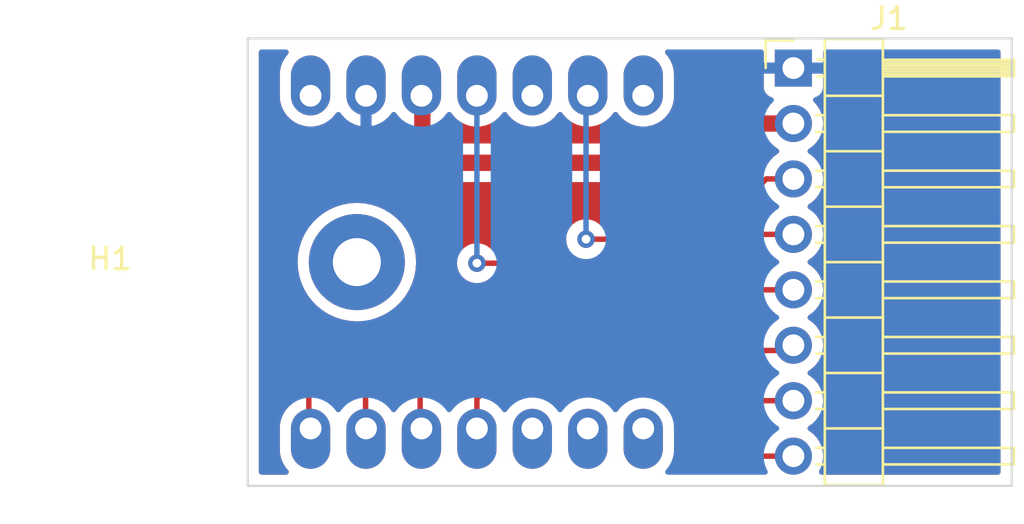
<source format=kicad_pcb>
(kicad_pcb (version 20211014) (generator pcbnew)
  (layers (0 "F.Cu" signal) (31 "B.Cu" signal) (34 "B.Paste" user) (35 "F.Paste" user) (36 "B.SilkS" user "B.Silkscreen") (37 "F.SilkS" user "F.Silkscreen") (38 "B.Mask" user) (39 "F.Mask" user) (44 "Edge.Cuts" user))
  (net 0 "")
  (net 1 "BLK")
  (net 2 "CS")
  (net 3 "DC")
  (net 4 "RES")
  (net 5 "SDA")
  (net 6 "SCL")
  (net 7 "+3V3")
  (net 8 "GND")
  (footprint "MountingHole:MountingHole_2.2mm_M2_Pad" (layer "F.Cu") (at 137.5 81.75)
    (fp_text reference "H1" (at -11.3 -0.15) (layer "F.SilkS"))
    (fp_text value "MountingHole")
    (pad "1" thru_hole circle (at 0 0) (size 4.4 4.4) (drill 2.2) (layers *.Cu *.Mask))
  )
  (footprint "Boxel_Footprints:xiao-tht" (layer "F.Cu") (at 143 81.75 90)
    (fp_text reference "U1" hide)
    (fp_text value "SeeeduinoXIAO" hide)
    (pad "1" thru_hole oval locked (at -7.62 -7.62 90) (size 2.75 1.8) (drill 1 (offset -0.475 0)) (layers *.Cu *.Mask) (net 4 "RES"))
    (pad "2" thru_hole oval locked (at -7.62 -5.08 90) (size 2.75 1.8) (drill 1 (offset -0.475 0)) (layers *.Cu *.Mask) (net 3 "DC"))
    (pad "3" thru_hole oval locked (at -7.62 -2.54 90) (size 2.75 1.8) (drill 1 (offset -0.475 0)) (layers *.Cu *.Mask) (net 2 "CS"))
    (pad "4" thru_hole oval locked (at -7.62 0 90) (size 2.75 1.8) (drill 1 (offset -0.475 0)) (layers *.Cu *.Mask) (net 1 "BLK"))
    (pad "5" thru_hole oval locked (at -7.62 2.54 90) (size 2.75 1.8) (drill 1 (offset -0.475 0)) (layers *.Cu *.Mask))
    (pad "6" thru_hole oval locked (at -7.62 5.08 90) (size 2.75 1.8) (drill 1 (offset -0.475 0)) (layers *.Cu *.Mask))
    (pad "7" thru_hole oval locked (at -7.62 7.62 90) (size 2.75 1.8) (drill 1 (offset -0.475 0)) (layers *.Cu *.Mask))
    (pad "8" thru_hole oval locked (at 7.62 7.62 270) (size 2.75 1.8) (drill 1 (offset -0.475 0)) (layers *.Cu *.Mask))
    (pad "9" thru_hole oval locked (at 7.62 5.08 270) (size 2.75 1.8) (drill 1 (offset -0.475 0)) (layers *.Cu *.Mask) (net 6 "SCL"))
    (pad "10" thru_hole oval locked (at 7.62 2.54 270) (size 2.75 1.8) (drill 1 (offset -0.475 0)) (layers *.Cu *.Mask))
    (pad "11" thru_hole oval locked (at 7.62 0 270) (size 2.75 1.8) (drill 1 (offset -0.475 0)) (layers *.Cu *.Mask) (net 5 "SDA"))
    (pad "12" thru_hole oval locked (at 7.62 -2.54 270) (size 2.75 1.8) (drill 1 (offset -0.475 0)) (layers *.Cu *.Mask) (net 7 "+3V3"))
    (pad "13" thru_hole oval locked (at 7.62 -5.08 270) (size 2.75 1.8) (drill 1 (offset -0.475 0)) (layers *.Cu *.Mask) (net 8 "GND"))
    (pad "14" thru_hole oval locked (at 7.62 -7.62 270) (size 2.75 1.8) (drill 1 (offset -0.475 0)) (layers *.Cu *.Mask))
  )
  (footprint "Connector_PinHeader_2.54mm:PinHeader_1x08_P2.54mm_Horizontal" (layer "F.Cu") (at 157.5 72.86)
    (fp_text reference "J1" (at 4.385 -2.27) (layer "F.SilkS"))
    (fp_text value "Conn_01x08")
    (fp_line (start 10.1 17.4) (end 10.1 18.16) (layer "F.SilkS") (width 0.12))
    (fp_line (start 1.042929 2.16) (end 1.44 2.16) (layer "F.SilkS") (width 0.12))
    (fp_line (start 4.1 7.24) (end 10.1 7.24) (layer "F.SilkS") (width 0.12))
    (fp_line (start 1.042929 7.24) (end 1.44 7.24) (layer "F.SilkS") (width 0.12))
    (fp_line (start 1.042929 17.4) (end 1.44 17.4) (layer "F.SilkS") (width 0.12))
    (fp_line (start 4.1 17.4) (end 10.1 17.4) (layer "F.SilkS") (width 0.12))
    (fp_line (start 4.1 4.7) (end 10.1 4.7) (layer "F.SilkS") (width 0.12))
    (fp_line (start 10.1 15.62) (end 4.1 15.62) (layer "F.SilkS") (width 0.12))
    (fp_line (start 4.1 -0.32) (end 10.1 -0.32) (layer "F.SilkS") (width 0.12))
    (fp_line (start 10.1 9.78) (end 10.1 10.54) (layer "F.SilkS") (width 0.12))
    (fp_line (start 1.042929 5.46) (end 1.44 5.46) (layer "F.SilkS") (width 0.12))
    (fp_line (start 4.1 14.86) (end 10.1 14.86) (layer "F.SilkS") (width 0.12))
    (fp_line (start 1.44 3.81) (end 4.1 3.81) (layer "F.SilkS") (width 0.12))
    (fp_line (start 10.1 4.7) (end 10.1 5.46) (layer "F.SilkS") (width 0.12))
    (fp_line (start 4.1 -0.08) (end 10.1 -0.08) (layer "F.SilkS") (width 0.12))
    (fp_line (start 10.1 2.92) (end 4.1 2.92) (layer "F.SilkS") (width 0.12))
    (fp_line (start 4.1 19.11) (end 4.1 -1.33) (layer "F.SilkS") (width 0.12))
    (fp_line (start 4.1 12.32) (end 10.1 12.32) (layer "F.SilkS") (width 0.12))
    (fp_line (start 4.1 -1.33) (end 1.44 -1.33) (layer "F.SilkS") (width 0.12))
    (fp_line (start 1.042929 4.7) (end 1.44 4.7) (layer "F.SilkS") (width 0.12))
    (fp_line (start 1.042929 13.08) (end 1.44 13.08) (layer "F.SilkS") (width 0.12))
    (fp_line (start 1.042929 15.62) (end 1.44 15.62) (layer "F.SilkS") (width 0.12))
    (fp_line (start 4.1 0.04) (end 10.1 0.04) (layer "F.SilkS") (width 0.12))
    (fp_line (start 1.042929 8) (end 1.44 8) (layer "F.SilkS") (width 0.12))
    (fp_line (start 1.11 -0.38) (end 1.44 -0.38) (layer "F.SilkS") (width 0.12))
    (fp_line (start 1.44 11.43) (end 4.1 11.43) (layer "F.SilkS") (width 0.12))
    (fp_line (start 4.1 9.78) (end 10.1 9.78) (layer "F.SilkS") (width 0.12))
    (fp_line (start 1.44 19.11) (end 4.1 19.11) (layer "F.SilkS") (width 0.12))
    (fp_line (start 1.44 1.27) (end 4.1 1.27) (layer "F.SilkS") (width 0.12))
    (fp_line (start 4.1 -0.38) (end 10.1 -0.38) (layer "F.SilkS") (width 0.12))
    (fp_line (start 1.44 6.35) (end 4.1 6.35) (layer "F.SilkS") (width 0.12))
    (fp_line (start 10.1 18.16) (end 4.1 18.16) (layer "F.SilkS") (width 0.12))
    (fp_line (start -1.27 -1.27) (end 0 -1.27) (layer "F.SilkS") (width 0.12))
    (fp_line (start 1.44 16.51) (end 4.1 16.51) (layer "F.SilkS") (width 0.12))
    (fp_line (start 4.1 0.16) (end 10.1 0.16) (layer "F.SilkS") (width 0.12))
    (fp_line (start 1.042929 14.86) (end 1.44 14.86) (layer "F.SilkS") (width 0.12))
    (fp_line (start 4.1 0.28) (end 10.1 0.28) (layer "F.SilkS") (width 0.12))
    (fp_line (start 10.1 2.16) (end 10.1 2.92) (layer "F.SilkS") (width 0.12))
    (fp_line (start 4.1 2.16) (end 10.1 2.16) (layer "F.SilkS") (width 0.12))
    (fp_line (start 10.1 8) (end 4.1 8) (layer "F.SilkS") (width 0.12))
    (fp_line (start 10.1 7.24) (end 10.1 8) (layer "F.SilkS") (width 0.12))
    (fp_line (start 1.042929 10.54) (end 1.44 10.54) (layer "F.SilkS") (width 0.12))
    (fp_line (start 1.44 -1.33) (end 1.44 19.11) (layer "F.SilkS") (width 0.12))
    (fp_line (start 1.042929 18.16) (end 1.44 18.16) (layer "F.SilkS") (width 0.12))
    (fp_line (start 10.1 13.08) (end 4.1 13.08) (layer "F.SilkS") (width 0.12))
    (fp_line (start 10.1 10.54) (end 4.1 10.54) (layer "F.SilkS") (width 0.12))
    (fp_line (start 1.11 0.38) (end 1.44 0.38) (layer "F.SilkS") (width 0.12))
    (fp_line (start -1.27 0) (end -1.27 -1.27) (layer "F.SilkS") (width 0.12))
    (fp_line (start 1.042929 12.32) (end 1.44 12.32) (layer "F.SilkS") (width 0.12))
    (fp_line (start 10.1 5.46) (end 4.1 5.46) (layer "F.SilkS") (width 0.12))
    (fp_line (start 10.1 12.32) (end 10.1 13.08) (layer "F.SilkS") (width 0.12))
    (fp_line (start 1.042929 9.78) (end 1.44 9.78) (layer "F.SilkS") (width 0.12))
    (fp_line (start 1.44 8.89) (end 4.1 8.89) (layer "F.SilkS") (width 0.12))
    (fp_line (start 4.1 -0.2) (end 10.1 -0.2) (layer "F.SilkS") (width 0.12))
    (fp_line (start 10.1 14.86) (end 10.1 15.62) (layer "F.SilkS") (width 0.12))
    (fp_line (start 10.1 -0.38) (end 10.1 0.38) (layer "F.SilkS") (width 0.12))
    (fp_line (start 1.042929 2.92) (end 1.44 2.92) (layer "F.SilkS") (width 0.12))
    (fp_line (start 10.1 0.38) (end 4.1 0.38) (layer "F.SilkS") (width 0.12))
    (fp_line (start 1.44 13.97) (end 4.1 13.97) (layer "F.SilkS") (width 0.12))
    (pad "1" thru_hole rect (at 0 0) (size 1.7 1.7) (drill 1) (layers *.Cu *.Mask) (net 8 "GND"))
    (pad "2" thru_hole oval (at 0 2.54) (size 1.7 1.7) (drill 1) (layers *.Cu *.Mask) (net 7 "+3V3"))
    (pad "3" thru_hole oval (at 0 5.08) (size 1.7 1.7) (drill 1) (layers *.Cu *.Mask) (net 6 "SCL"))
    (pad "4" thru_hole oval (at 0 7.62) (size 1.7 1.7) (drill 1) (layers *.Cu *.Mask) (net 5 "SDA"))
    (pad "5" thru_hole oval (at 0 10.16) (size 1.7 1.7) (drill 1) (layers *.Cu *.Mask) (net 4 "RES"))
    (pad "6" thru_hole oval (at 0 12.7) (size 1.7 1.7) (drill 1) (layers *.Cu *.Mask) (net 3 "DC"))
    (pad "7" thru_hole oval (at 0 15.24) (size 1.7 1.7) (drill 1) (layers *.Cu *.Mask) (net 2 "CS"))
    (pad "8" thru_hole oval (at 0 17.78) (size 1.7 1.7) (drill 1) (layers *.Cu *.Mask) (net 1 "BLK"))
  )
  (gr_line (start 167.5 92) (end 167.5 71.5) (layer "Edge.Cuts") (width 0.1))
  (gr_line (start 132.5 71.5) (end 132.5 92) (layer "Edge.Cuts") (width 0.1))
  (gr_line (start 167.5 71.5) (end 132.5 71.5) (layer "Edge.Cuts") (width 0.1))
  (gr_line (start 132.5 92) (end 167.5 92) (layer "Edge.Cuts") (width 0.1))
  (segment (start 143 88) (end 144.15 86.85) (width 0.25) (layer "F.Cu") (net 1))
  (segment (start 143 89.37) (end 143 88) (width 0.25) (layer "F.Cu") (net 1))
  (segment (start 151.45 86.85) (end 155.24 90.64) (width 0.25) (layer "F.Cu") (net 1))
  (segment (start 144.15 86.85) (end 151.45 86.85) (width 0.25) (layer "F.Cu") (net 1))
  (segment (start 155.24 90.64) (end 157.5 90.64) (width 0.25) (layer "F.Cu") (net 1))
  (segment (start 141.9 86.3) (end 151.7 86.3) (width 0.25) (layer "F.Cu") (net 2))
  (segment (start 140.4 87.8) (end 141.9 86.3) (width 0.25) (layer "F.Cu") (net 2))
  (segment (start 153.5 88.1) (end 157.5 88.1) (width 0.25) (layer "F.Cu") (net 2))
  (segment (start 140.4 89.31) (end 140.4 87.8) (width 0.25) (layer "F.Cu") (net 2))
  (segment (start 151.7 86.3) (end 153.5 88.1) (width 0.25) (layer "F.Cu") (net 2))
  (segment (start 137.9 87.8) (end 137.9 89.35) (width 0.25) (layer "F.Cu") (net 3))
  (segment (start 139.9 85.8) (end 137.9 87.8) (width 0.25) (layer "F.Cu") (net 3))
  (segment (start 157.26 85.8) (end 139.9 85.8) (width 0.25) (layer "F.Cu") (net 3))
  (segment (start 153.48 83.02) (end 157.5 83.02) (width 0.25) (layer "F.Cu") (net 4))
  (segment (start 137.9 85.2) (end 151.3 85.2) (width 0.25) (layer "F.Cu") (net 4))
  (segment (start 151.3 85.2) (end 153.48 83.02) (width 0.25) (layer "F.Cu") (net 4))
  (segment (start 135.3 87.8) (end 137.9 85.2) (width 0.25) (layer "F.Cu") (net 4))
  (segment (start 135.3 89.29) (end 135.3 87.8) (width 0.25) (layer "F.Cu") (net 4))
  (segment (start 153.5 81.8) (end 143 81.8) (width 0.25) (layer "F.Cu") (net 5))
  (segment (start 157.5 80.48) (end 154.82 80.48) (width 0.25) (layer "F.Cu") (net 5))
  (segment (start 154.82 80.48) (end 153.5 81.8) (width 0.25) (layer "F.Cu") (net 5))
  (via (at 143 81.8) (size 0.8) (drill 0.4) (layers "F.Cu" "B.Cu") (net 5))
  (segment (start 143 81.8) (end 143 74.13) (width 0.25) (layer "B.Cu") (net 5))
  (segment (start 148 80.7) (end 153.5 80.7) (width 0.25) (layer "F.Cu") (net 6))
  (segment (start 156.26 77.94) (end 153.5 80.7) (width 0.25) (layer "F.Cu") (net 6))
  (segment (start 157.5 77.94) (end 156.26 77.94) (width 0.25) (layer "F.Cu") (net 6))
  (via (at 148 80.7) (size 0.8) (drill 0.4) (layers "F.Cu" "B.Cu") (net 6))
  (segment (start 148 80.7) (end 148 74.21) (width 0.25) (layer "B.Cu") (net 6))
  (segment (start 141.7 77.2) (end 152.4 77.2) (width 0.75) (layer "F.Cu") (net 7))
  (segment (start 154.2 75.4) (end 157.5 75.4) (width 0.75) (layer "F.Cu") (net 7))
  (segment (start 152.4 77.2) (end 154.2 75.4) (width 0.75) (layer "F.Cu") (net 7))
  (segment (start 140.5 76) (end 141.7 77.2) (width 0.75) (layer "F.Cu") (net 7))
  (segment (start 140.5 74.17) (end 140.5 76) (width 0.75) (layer "F.Cu") (net 7))
  (zone (net 8) (net_name "GND") (layer "F.Cu") (connect_pads (clearance 0.508)) (min_thickness 0.254) (fill yes (thermal_gap 0.508) (thermal_bridge_width 0.508))
    (polygon (pts (xy 167.5 92) (xy 132.5 92) (xy 132.5 71.5) (xy 167.5 71.5)))
  )
  (zone (net 8) (net_name "GND") (layer "B.Cu") (connect_pads (clearance 0.508)) (min_thickness 0.254) (fill yes (thermal_gap 0.508) (thermal_bridge_width 0.508))
    (polygon (pts (xy 167.5 92) (xy 132.5 92) (xy 132.5 71.5) (xy 167.5 71.5)))
  )
)
</source>
